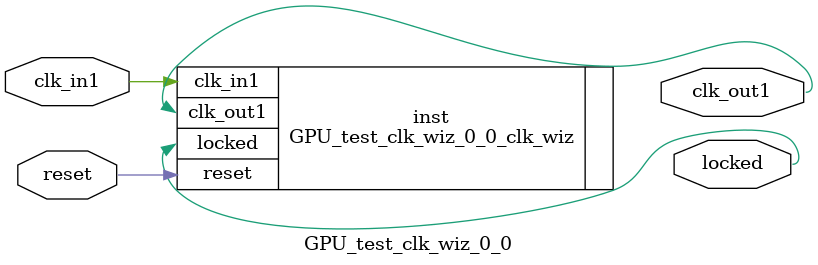
<source format=v>


`timescale 1ps/1ps

(* CORE_GENERATION_INFO = "GPU_test_clk_wiz_0_0,clk_wiz_v5_3_0,{component_name=GPU_test_clk_wiz_0_0,use_phase_alignment=true,use_min_o_jitter=false,use_max_i_jitter=false,use_dyn_phase_shift=false,use_inclk_switchover=false,use_dyn_reconfig=false,enable_axi=0,feedback_source=FDBK_AUTO,PRIMITIVE=MMCM,num_out_clk=1,clkin1_period=10.0,clkin2_period=10.0,use_power_down=false,use_reset=true,use_locked=true,use_inclk_stopped=false,feedback_type=SINGLE,CLOCK_MGR_TYPE=NA,manual_override=false}" *)

module GPU_test_clk_wiz_0_0 
 (
 // Clock in ports
  input         clk_in1,
  // Clock out ports
  output        clk_out1,
  // Status and control signals
  input         reset,
  output        locked
 );

  GPU_test_clk_wiz_0_0_clk_wiz inst
  (
 // Clock in ports
  .clk_in1(clk_in1),
  // Clock out ports  
  .clk_out1(clk_out1),
  // Status and control signals               
  .reset(reset), 
  .locked(locked)            
  );

endmodule

</source>
